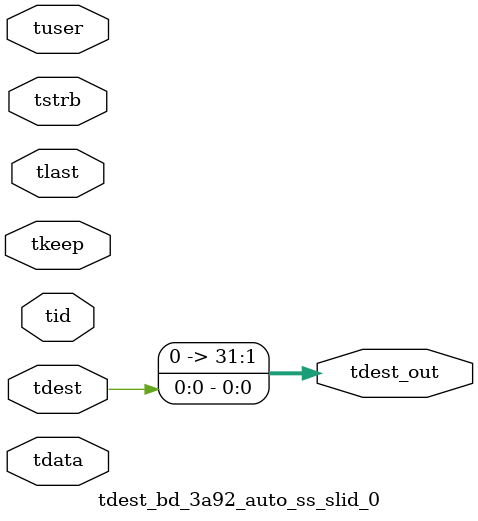
<source format=v>


`timescale 1ps/1ps

module tdest_bd_3a92_auto_ss_slid_0 #
(
parameter C_S_AXIS_TDATA_WIDTH = 32,
parameter C_S_AXIS_TUSER_WIDTH = 0,
parameter C_S_AXIS_TID_WIDTH   = 0,
parameter C_S_AXIS_TDEST_WIDTH = 0,
parameter C_M_AXIS_TDEST_WIDTH = 32
)
(
input  [(C_S_AXIS_TDATA_WIDTH == 0 ? 1 : C_S_AXIS_TDATA_WIDTH)-1:0     ] tdata,
input  [(C_S_AXIS_TUSER_WIDTH == 0 ? 1 : C_S_AXIS_TUSER_WIDTH)-1:0     ] tuser,
input  [(C_S_AXIS_TID_WIDTH   == 0 ? 1 : C_S_AXIS_TID_WIDTH)-1:0       ] tid,
input  [(C_S_AXIS_TDEST_WIDTH == 0 ? 1 : C_S_AXIS_TDEST_WIDTH)-1:0     ] tdest,
input  [(C_S_AXIS_TDATA_WIDTH/8)-1:0 ] tkeep,
input  [(C_S_AXIS_TDATA_WIDTH/8)-1:0 ] tstrb,
input                                                                    tlast,
output [C_M_AXIS_TDEST_WIDTH-1:0] tdest_out
);

assign tdest_out = {3'b000,tdest[0:0]};

endmodule


</source>
